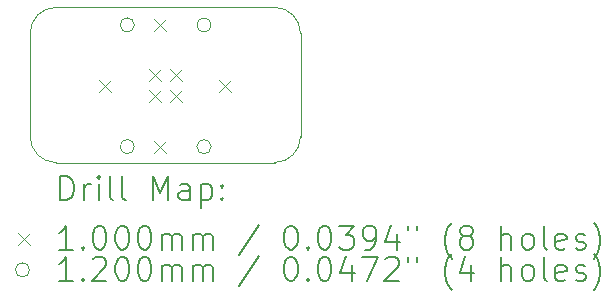
<source format=gbr>
%TF.GenerationSoftware,KiCad,Pcbnew,7.0.9*%
%TF.CreationDate,2024-05-03T00:29:54-04:00*%
%TF.ProjectId,Nav Switch Mount,4e617620-5377-4697-9463-68204d6f756e,rev?*%
%TF.SameCoordinates,Original*%
%TF.FileFunction,Drillmap*%
%TF.FilePolarity,Positive*%
%FSLAX45Y45*%
G04 Gerber Fmt 4.5, Leading zero omitted, Abs format (unit mm)*
G04 Created by KiCad (PCBNEW 7.0.9) date 2024-05-03 00:29:54*
%MOMM*%
%LPD*%
G01*
G04 APERTURE LIST*
%ADD10C,0.100000*%
%ADD11C,0.200000*%
%ADD12C,0.120000*%
G04 APERTURE END LIST*
D10*
X14980563Y-4535564D02*
X16830000Y-4535564D01*
X17050000Y-4755564D02*
X17050000Y-5630000D01*
X16830000Y-5850000D02*
G75*
G03*
X17050000Y-5630000I0J220000D01*
G01*
X14760560Y-5630000D02*
G75*
G03*
X14980563Y-5850000I220000J0D01*
G01*
X14760563Y-5630000D02*
X14760563Y-4755564D01*
X17049997Y-4755564D02*
G75*
G03*
X16830000Y-4535564I-219997J4D01*
G01*
X16830000Y-5850000D02*
X14980563Y-5850000D01*
X14980563Y-4535564D02*
G75*
G03*
X14760563Y-4755564I-4J-219997D01*
G01*
D11*
D10*
X15347000Y-5150000D02*
X15447000Y-5250000D01*
X15447000Y-5150000D02*
X15347000Y-5250000D01*
X15765000Y-5060000D02*
X15865000Y-5160000D01*
X15865000Y-5060000D02*
X15765000Y-5160000D01*
X15765000Y-5240000D02*
X15865000Y-5340000D01*
X15865000Y-5240000D02*
X15765000Y-5340000D01*
X15812500Y-4635000D02*
X15912500Y-4735000D01*
X15912500Y-4635000D02*
X15812500Y-4735000D01*
X15812500Y-5665000D02*
X15912500Y-5765000D01*
X15912500Y-5665000D02*
X15812500Y-5765000D01*
X15945000Y-5060000D02*
X16045000Y-5160000D01*
X16045000Y-5060000D02*
X15945000Y-5160000D01*
X15945000Y-5240000D02*
X16045000Y-5340000D01*
X16045000Y-5240000D02*
X15945000Y-5340000D01*
X16363000Y-5150000D02*
X16463000Y-5250000D01*
X16463000Y-5150000D02*
X16363000Y-5250000D01*
D12*
X15642500Y-4685000D02*
G75*
G03*
X15642500Y-4685000I-60000J0D01*
G01*
X15642500Y-5715000D02*
G75*
G03*
X15642500Y-5715000I-60000J0D01*
G01*
X16292500Y-4685000D02*
G75*
G03*
X16292500Y-4685000I-60000J0D01*
G01*
X16292500Y-5715000D02*
G75*
G03*
X16292500Y-5715000I-60000J0D01*
G01*
D11*
X15016340Y-6166484D02*
X15016340Y-5966484D01*
X15016340Y-5966484D02*
X15063959Y-5966484D01*
X15063959Y-5966484D02*
X15092531Y-5976008D01*
X15092531Y-5976008D02*
X15111578Y-5995055D01*
X15111578Y-5995055D02*
X15121102Y-6014103D01*
X15121102Y-6014103D02*
X15130626Y-6052198D01*
X15130626Y-6052198D02*
X15130626Y-6080769D01*
X15130626Y-6080769D02*
X15121102Y-6118865D01*
X15121102Y-6118865D02*
X15111578Y-6137912D01*
X15111578Y-6137912D02*
X15092531Y-6156960D01*
X15092531Y-6156960D02*
X15063959Y-6166484D01*
X15063959Y-6166484D02*
X15016340Y-6166484D01*
X15216340Y-6166484D02*
X15216340Y-6033150D01*
X15216340Y-6071246D02*
X15225864Y-6052198D01*
X15225864Y-6052198D02*
X15235388Y-6042674D01*
X15235388Y-6042674D02*
X15254435Y-6033150D01*
X15254435Y-6033150D02*
X15273483Y-6033150D01*
X15340150Y-6166484D02*
X15340150Y-6033150D01*
X15340150Y-5966484D02*
X15330626Y-5976008D01*
X15330626Y-5976008D02*
X15340150Y-5985531D01*
X15340150Y-5985531D02*
X15349674Y-5976008D01*
X15349674Y-5976008D02*
X15340150Y-5966484D01*
X15340150Y-5966484D02*
X15340150Y-5985531D01*
X15463959Y-6166484D02*
X15444912Y-6156960D01*
X15444912Y-6156960D02*
X15435388Y-6137912D01*
X15435388Y-6137912D02*
X15435388Y-5966484D01*
X15568721Y-6166484D02*
X15549674Y-6156960D01*
X15549674Y-6156960D02*
X15540150Y-6137912D01*
X15540150Y-6137912D02*
X15540150Y-5966484D01*
X15797293Y-6166484D02*
X15797293Y-5966484D01*
X15797293Y-5966484D02*
X15863959Y-6109341D01*
X15863959Y-6109341D02*
X15930626Y-5966484D01*
X15930626Y-5966484D02*
X15930626Y-6166484D01*
X16111578Y-6166484D02*
X16111578Y-6061722D01*
X16111578Y-6061722D02*
X16102055Y-6042674D01*
X16102055Y-6042674D02*
X16083007Y-6033150D01*
X16083007Y-6033150D02*
X16044912Y-6033150D01*
X16044912Y-6033150D02*
X16025864Y-6042674D01*
X16111578Y-6156960D02*
X16092531Y-6166484D01*
X16092531Y-6166484D02*
X16044912Y-6166484D01*
X16044912Y-6166484D02*
X16025864Y-6156960D01*
X16025864Y-6156960D02*
X16016340Y-6137912D01*
X16016340Y-6137912D02*
X16016340Y-6118865D01*
X16016340Y-6118865D02*
X16025864Y-6099817D01*
X16025864Y-6099817D02*
X16044912Y-6090293D01*
X16044912Y-6090293D02*
X16092531Y-6090293D01*
X16092531Y-6090293D02*
X16111578Y-6080769D01*
X16206816Y-6033150D02*
X16206816Y-6233150D01*
X16206816Y-6042674D02*
X16225864Y-6033150D01*
X16225864Y-6033150D02*
X16263959Y-6033150D01*
X16263959Y-6033150D02*
X16283007Y-6042674D01*
X16283007Y-6042674D02*
X16292531Y-6052198D01*
X16292531Y-6052198D02*
X16302055Y-6071246D01*
X16302055Y-6071246D02*
X16302055Y-6128388D01*
X16302055Y-6128388D02*
X16292531Y-6147436D01*
X16292531Y-6147436D02*
X16283007Y-6156960D01*
X16283007Y-6156960D02*
X16263959Y-6166484D01*
X16263959Y-6166484D02*
X16225864Y-6166484D01*
X16225864Y-6166484D02*
X16206816Y-6156960D01*
X16387769Y-6147436D02*
X16397293Y-6156960D01*
X16397293Y-6156960D02*
X16387769Y-6166484D01*
X16387769Y-6166484D02*
X16378245Y-6156960D01*
X16378245Y-6156960D02*
X16387769Y-6147436D01*
X16387769Y-6147436D02*
X16387769Y-6166484D01*
X16387769Y-6042674D02*
X16397293Y-6052198D01*
X16397293Y-6052198D02*
X16387769Y-6061722D01*
X16387769Y-6061722D02*
X16378245Y-6052198D01*
X16378245Y-6052198D02*
X16387769Y-6042674D01*
X16387769Y-6042674D02*
X16387769Y-6061722D01*
D10*
X14655563Y-6445000D02*
X14755563Y-6545000D01*
X14755563Y-6445000D02*
X14655563Y-6545000D01*
D11*
X15121102Y-6586484D02*
X15006816Y-6586484D01*
X15063959Y-6586484D02*
X15063959Y-6386484D01*
X15063959Y-6386484D02*
X15044912Y-6415055D01*
X15044912Y-6415055D02*
X15025864Y-6434103D01*
X15025864Y-6434103D02*
X15006816Y-6443627D01*
X15206816Y-6567436D02*
X15216340Y-6576960D01*
X15216340Y-6576960D02*
X15206816Y-6586484D01*
X15206816Y-6586484D02*
X15197293Y-6576960D01*
X15197293Y-6576960D02*
X15206816Y-6567436D01*
X15206816Y-6567436D02*
X15206816Y-6586484D01*
X15340150Y-6386484D02*
X15359197Y-6386484D01*
X15359197Y-6386484D02*
X15378245Y-6396008D01*
X15378245Y-6396008D02*
X15387769Y-6405531D01*
X15387769Y-6405531D02*
X15397293Y-6424579D01*
X15397293Y-6424579D02*
X15406816Y-6462674D01*
X15406816Y-6462674D02*
X15406816Y-6510293D01*
X15406816Y-6510293D02*
X15397293Y-6548388D01*
X15397293Y-6548388D02*
X15387769Y-6567436D01*
X15387769Y-6567436D02*
X15378245Y-6576960D01*
X15378245Y-6576960D02*
X15359197Y-6586484D01*
X15359197Y-6586484D02*
X15340150Y-6586484D01*
X15340150Y-6586484D02*
X15321102Y-6576960D01*
X15321102Y-6576960D02*
X15311578Y-6567436D01*
X15311578Y-6567436D02*
X15302055Y-6548388D01*
X15302055Y-6548388D02*
X15292531Y-6510293D01*
X15292531Y-6510293D02*
X15292531Y-6462674D01*
X15292531Y-6462674D02*
X15302055Y-6424579D01*
X15302055Y-6424579D02*
X15311578Y-6405531D01*
X15311578Y-6405531D02*
X15321102Y-6396008D01*
X15321102Y-6396008D02*
X15340150Y-6386484D01*
X15530626Y-6386484D02*
X15549674Y-6386484D01*
X15549674Y-6386484D02*
X15568721Y-6396008D01*
X15568721Y-6396008D02*
X15578245Y-6405531D01*
X15578245Y-6405531D02*
X15587769Y-6424579D01*
X15587769Y-6424579D02*
X15597293Y-6462674D01*
X15597293Y-6462674D02*
X15597293Y-6510293D01*
X15597293Y-6510293D02*
X15587769Y-6548388D01*
X15587769Y-6548388D02*
X15578245Y-6567436D01*
X15578245Y-6567436D02*
X15568721Y-6576960D01*
X15568721Y-6576960D02*
X15549674Y-6586484D01*
X15549674Y-6586484D02*
X15530626Y-6586484D01*
X15530626Y-6586484D02*
X15511578Y-6576960D01*
X15511578Y-6576960D02*
X15502055Y-6567436D01*
X15502055Y-6567436D02*
X15492531Y-6548388D01*
X15492531Y-6548388D02*
X15483007Y-6510293D01*
X15483007Y-6510293D02*
X15483007Y-6462674D01*
X15483007Y-6462674D02*
X15492531Y-6424579D01*
X15492531Y-6424579D02*
X15502055Y-6405531D01*
X15502055Y-6405531D02*
X15511578Y-6396008D01*
X15511578Y-6396008D02*
X15530626Y-6386484D01*
X15721102Y-6386484D02*
X15740150Y-6386484D01*
X15740150Y-6386484D02*
X15759197Y-6396008D01*
X15759197Y-6396008D02*
X15768721Y-6405531D01*
X15768721Y-6405531D02*
X15778245Y-6424579D01*
X15778245Y-6424579D02*
X15787769Y-6462674D01*
X15787769Y-6462674D02*
X15787769Y-6510293D01*
X15787769Y-6510293D02*
X15778245Y-6548388D01*
X15778245Y-6548388D02*
X15768721Y-6567436D01*
X15768721Y-6567436D02*
X15759197Y-6576960D01*
X15759197Y-6576960D02*
X15740150Y-6586484D01*
X15740150Y-6586484D02*
X15721102Y-6586484D01*
X15721102Y-6586484D02*
X15702055Y-6576960D01*
X15702055Y-6576960D02*
X15692531Y-6567436D01*
X15692531Y-6567436D02*
X15683007Y-6548388D01*
X15683007Y-6548388D02*
X15673483Y-6510293D01*
X15673483Y-6510293D02*
X15673483Y-6462674D01*
X15673483Y-6462674D02*
X15683007Y-6424579D01*
X15683007Y-6424579D02*
X15692531Y-6405531D01*
X15692531Y-6405531D02*
X15702055Y-6396008D01*
X15702055Y-6396008D02*
X15721102Y-6386484D01*
X15873483Y-6586484D02*
X15873483Y-6453150D01*
X15873483Y-6472198D02*
X15883007Y-6462674D01*
X15883007Y-6462674D02*
X15902055Y-6453150D01*
X15902055Y-6453150D02*
X15930626Y-6453150D01*
X15930626Y-6453150D02*
X15949674Y-6462674D01*
X15949674Y-6462674D02*
X15959197Y-6481722D01*
X15959197Y-6481722D02*
X15959197Y-6586484D01*
X15959197Y-6481722D02*
X15968721Y-6462674D01*
X15968721Y-6462674D02*
X15987769Y-6453150D01*
X15987769Y-6453150D02*
X16016340Y-6453150D01*
X16016340Y-6453150D02*
X16035388Y-6462674D01*
X16035388Y-6462674D02*
X16044912Y-6481722D01*
X16044912Y-6481722D02*
X16044912Y-6586484D01*
X16140150Y-6586484D02*
X16140150Y-6453150D01*
X16140150Y-6472198D02*
X16149674Y-6462674D01*
X16149674Y-6462674D02*
X16168721Y-6453150D01*
X16168721Y-6453150D02*
X16197293Y-6453150D01*
X16197293Y-6453150D02*
X16216340Y-6462674D01*
X16216340Y-6462674D02*
X16225864Y-6481722D01*
X16225864Y-6481722D02*
X16225864Y-6586484D01*
X16225864Y-6481722D02*
X16235388Y-6462674D01*
X16235388Y-6462674D02*
X16254436Y-6453150D01*
X16254436Y-6453150D02*
X16283007Y-6453150D01*
X16283007Y-6453150D02*
X16302055Y-6462674D01*
X16302055Y-6462674D02*
X16311578Y-6481722D01*
X16311578Y-6481722D02*
X16311578Y-6586484D01*
X16702055Y-6376960D02*
X16530626Y-6634103D01*
X16959198Y-6386484D02*
X16978245Y-6386484D01*
X16978245Y-6386484D02*
X16997293Y-6396008D01*
X16997293Y-6396008D02*
X17006817Y-6405531D01*
X17006817Y-6405531D02*
X17016341Y-6424579D01*
X17016341Y-6424579D02*
X17025864Y-6462674D01*
X17025864Y-6462674D02*
X17025864Y-6510293D01*
X17025864Y-6510293D02*
X17016341Y-6548388D01*
X17016341Y-6548388D02*
X17006817Y-6567436D01*
X17006817Y-6567436D02*
X16997293Y-6576960D01*
X16997293Y-6576960D02*
X16978245Y-6586484D01*
X16978245Y-6586484D02*
X16959198Y-6586484D01*
X16959198Y-6586484D02*
X16940150Y-6576960D01*
X16940150Y-6576960D02*
X16930626Y-6567436D01*
X16930626Y-6567436D02*
X16921102Y-6548388D01*
X16921102Y-6548388D02*
X16911579Y-6510293D01*
X16911579Y-6510293D02*
X16911579Y-6462674D01*
X16911579Y-6462674D02*
X16921102Y-6424579D01*
X16921102Y-6424579D02*
X16930626Y-6405531D01*
X16930626Y-6405531D02*
X16940150Y-6396008D01*
X16940150Y-6396008D02*
X16959198Y-6386484D01*
X17111579Y-6567436D02*
X17121102Y-6576960D01*
X17121102Y-6576960D02*
X17111579Y-6586484D01*
X17111579Y-6586484D02*
X17102055Y-6576960D01*
X17102055Y-6576960D02*
X17111579Y-6567436D01*
X17111579Y-6567436D02*
X17111579Y-6586484D01*
X17244912Y-6386484D02*
X17263960Y-6386484D01*
X17263960Y-6386484D02*
X17283007Y-6396008D01*
X17283007Y-6396008D02*
X17292531Y-6405531D01*
X17292531Y-6405531D02*
X17302055Y-6424579D01*
X17302055Y-6424579D02*
X17311579Y-6462674D01*
X17311579Y-6462674D02*
X17311579Y-6510293D01*
X17311579Y-6510293D02*
X17302055Y-6548388D01*
X17302055Y-6548388D02*
X17292531Y-6567436D01*
X17292531Y-6567436D02*
X17283007Y-6576960D01*
X17283007Y-6576960D02*
X17263960Y-6586484D01*
X17263960Y-6586484D02*
X17244912Y-6586484D01*
X17244912Y-6586484D02*
X17225864Y-6576960D01*
X17225864Y-6576960D02*
X17216341Y-6567436D01*
X17216341Y-6567436D02*
X17206817Y-6548388D01*
X17206817Y-6548388D02*
X17197293Y-6510293D01*
X17197293Y-6510293D02*
X17197293Y-6462674D01*
X17197293Y-6462674D02*
X17206817Y-6424579D01*
X17206817Y-6424579D02*
X17216341Y-6405531D01*
X17216341Y-6405531D02*
X17225864Y-6396008D01*
X17225864Y-6396008D02*
X17244912Y-6386484D01*
X17378245Y-6386484D02*
X17502055Y-6386484D01*
X17502055Y-6386484D02*
X17435388Y-6462674D01*
X17435388Y-6462674D02*
X17463960Y-6462674D01*
X17463960Y-6462674D02*
X17483007Y-6472198D01*
X17483007Y-6472198D02*
X17492531Y-6481722D01*
X17492531Y-6481722D02*
X17502055Y-6500769D01*
X17502055Y-6500769D02*
X17502055Y-6548388D01*
X17502055Y-6548388D02*
X17492531Y-6567436D01*
X17492531Y-6567436D02*
X17483007Y-6576960D01*
X17483007Y-6576960D02*
X17463960Y-6586484D01*
X17463960Y-6586484D02*
X17406817Y-6586484D01*
X17406817Y-6586484D02*
X17387769Y-6576960D01*
X17387769Y-6576960D02*
X17378245Y-6567436D01*
X17597293Y-6586484D02*
X17635388Y-6586484D01*
X17635388Y-6586484D02*
X17654436Y-6576960D01*
X17654436Y-6576960D02*
X17663960Y-6567436D01*
X17663960Y-6567436D02*
X17683007Y-6538865D01*
X17683007Y-6538865D02*
X17692531Y-6500769D01*
X17692531Y-6500769D02*
X17692531Y-6424579D01*
X17692531Y-6424579D02*
X17683007Y-6405531D01*
X17683007Y-6405531D02*
X17673483Y-6396008D01*
X17673483Y-6396008D02*
X17654436Y-6386484D01*
X17654436Y-6386484D02*
X17616341Y-6386484D01*
X17616341Y-6386484D02*
X17597293Y-6396008D01*
X17597293Y-6396008D02*
X17587769Y-6405531D01*
X17587769Y-6405531D02*
X17578245Y-6424579D01*
X17578245Y-6424579D02*
X17578245Y-6472198D01*
X17578245Y-6472198D02*
X17587769Y-6491246D01*
X17587769Y-6491246D02*
X17597293Y-6500769D01*
X17597293Y-6500769D02*
X17616341Y-6510293D01*
X17616341Y-6510293D02*
X17654436Y-6510293D01*
X17654436Y-6510293D02*
X17673483Y-6500769D01*
X17673483Y-6500769D02*
X17683007Y-6491246D01*
X17683007Y-6491246D02*
X17692531Y-6472198D01*
X17863960Y-6453150D02*
X17863960Y-6586484D01*
X17816341Y-6376960D02*
X17768722Y-6519817D01*
X17768722Y-6519817D02*
X17892531Y-6519817D01*
X17959198Y-6386484D02*
X17959198Y-6424579D01*
X18035388Y-6386484D02*
X18035388Y-6424579D01*
X18330626Y-6662674D02*
X18321103Y-6653150D01*
X18321103Y-6653150D02*
X18302055Y-6624579D01*
X18302055Y-6624579D02*
X18292531Y-6605531D01*
X18292531Y-6605531D02*
X18283007Y-6576960D01*
X18283007Y-6576960D02*
X18273484Y-6529341D01*
X18273484Y-6529341D02*
X18273484Y-6491246D01*
X18273484Y-6491246D02*
X18283007Y-6443627D01*
X18283007Y-6443627D02*
X18292531Y-6415055D01*
X18292531Y-6415055D02*
X18302055Y-6396008D01*
X18302055Y-6396008D02*
X18321103Y-6367436D01*
X18321103Y-6367436D02*
X18330626Y-6357912D01*
X18435388Y-6472198D02*
X18416341Y-6462674D01*
X18416341Y-6462674D02*
X18406817Y-6453150D01*
X18406817Y-6453150D02*
X18397293Y-6434103D01*
X18397293Y-6434103D02*
X18397293Y-6424579D01*
X18397293Y-6424579D02*
X18406817Y-6405531D01*
X18406817Y-6405531D02*
X18416341Y-6396008D01*
X18416341Y-6396008D02*
X18435388Y-6386484D01*
X18435388Y-6386484D02*
X18473484Y-6386484D01*
X18473484Y-6386484D02*
X18492531Y-6396008D01*
X18492531Y-6396008D02*
X18502055Y-6405531D01*
X18502055Y-6405531D02*
X18511579Y-6424579D01*
X18511579Y-6424579D02*
X18511579Y-6434103D01*
X18511579Y-6434103D02*
X18502055Y-6453150D01*
X18502055Y-6453150D02*
X18492531Y-6462674D01*
X18492531Y-6462674D02*
X18473484Y-6472198D01*
X18473484Y-6472198D02*
X18435388Y-6472198D01*
X18435388Y-6472198D02*
X18416341Y-6481722D01*
X18416341Y-6481722D02*
X18406817Y-6491246D01*
X18406817Y-6491246D02*
X18397293Y-6510293D01*
X18397293Y-6510293D02*
X18397293Y-6548388D01*
X18397293Y-6548388D02*
X18406817Y-6567436D01*
X18406817Y-6567436D02*
X18416341Y-6576960D01*
X18416341Y-6576960D02*
X18435388Y-6586484D01*
X18435388Y-6586484D02*
X18473484Y-6586484D01*
X18473484Y-6586484D02*
X18492531Y-6576960D01*
X18492531Y-6576960D02*
X18502055Y-6567436D01*
X18502055Y-6567436D02*
X18511579Y-6548388D01*
X18511579Y-6548388D02*
X18511579Y-6510293D01*
X18511579Y-6510293D02*
X18502055Y-6491246D01*
X18502055Y-6491246D02*
X18492531Y-6481722D01*
X18492531Y-6481722D02*
X18473484Y-6472198D01*
X18749674Y-6586484D02*
X18749674Y-6386484D01*
X18835388Y-6586484D02*
X18835388Y-6481722D01*
X18835388Y-6481722D02*
X18825865Y-6462674D01*
X18825865Y-6462674D02*
X18806817Y-6453150D01*
X18806817Y-6453150D02*
X18778245Y-6453150D01*
X18778245Y-6453150D02*
X18759198Y-6462674D01*
X18759198Y-6462674D02*
X18749674Y-6472198D01*
X18959198Y-6586484D02*
X18940150Y-6576960D01*
X18940150Y-6576960D02*
X18930626Y-6567436D01*
X18930626Y-6567436D02*
X18921103Y-6548388D01*
X18921103Y-6548388D02*
X18921103Y-6491246D01*
X18921103Y-6491246D02*
X18930626Y-6472198D01*
X18930626Y-6472198D02*
X18940150Y-6462674D01*
X18940150Y-6462674D02*
X18959198Y-6453150D01*
X18959198Y-6453150D02*
X18987769Y-6453150D01*
X18987769Y-6453150D02*
X19006817Y-6462674D01*
X19006817Y-6462674D02*
X19016341Y-6472198D01*
X19016341Y-6472198D02*
X19025865Y-6491246D01*
X19025865Y-6491246D02*
X19025865Y-6548388D01*
X19025865Y-6548388D02*
X19016341Y-6567436D01*
X19016341Y-6567436D02*
X19006817Y-6576960D01*
X19006817Y-6576960D02*
X18987769Y-6586484D01*
X18987769Y-6586484D02*
X18959198Y-6586484D01*
X19140150Y-6586484D02*
X19121103Y-6576960D01*
X19121103Y-6576960D02*
X19111579Y-6557912D01*
X19111579Y-6557912D02*
X19111579Y-6386484D01*
X19292531Y-6576960D02*
X19273484Y-6586484D01*
X19273484Y-6586484D02*
X19235388Y-6586484D01*
X19235388Y-6586484D02*
X19216341Y-6576960D01*
X19216341Y-6576960D02*
X19206817Y-6557912D01*
X19206817Y-6557912D02*
X19206817Y-6481722D01*
X19206817Y-6481722D02*
X19216341Y-6462674D01*
X19216341Y-6462674D02*
X19235388Y-6453150D01*
X19235388Y-6453150D02*
X19273484Y-6453150D01*
X19273484Y-6453150D02*
X19292531Y-6462674D01*
X19292531Y-6462674D02*
X19302055Y-6481722D01*
X19302055Y-6481722D02*
X19302055Y-6500769D01*
X19302055Y-6500769D02*
X19206817Y-6519817D01*
X19378246Y-6576960D02*
X19397293Y-6586484D01*
X19397293Y-6586484D02*
X19435388Y-6586484D01*
X19435388Y-6586484D02*
X19454436Y-6576960D01*
X19454436Y-6576960D02*
X19463960Y-6557912D01*
X19463960Y-6557912D02*
X19463960Y-6548388D01*
X19463960Y-6548388D02*
X19454436Y-6529341D01*
X19454436Y-6529341D02*
X19435388Y-6519817D01*
X19435388Y-6519817D02*
X19406817Y-6519817D01*
X19406817Y-6519817D02*
X19387769Y-6510293D01*
X19387769Y-6510293D02*
X19378246Y-6491246D01*
X19378246Y-6491246D02*
X19378246Y-6481722D01*
X19378246Y-6481722D02*
X19387769Y-6462674D01*
X19387769Y-6462674D02*
X19406817Y-6453150D01*
X19406817Y-6453150D02*
X19435388Y-6453150D01*
X19435388Y-6453150D02*
X19454436Y-6462674D01*
X19530627Y-6662674D02*
X19540150Y-6653150D01*
X19540150Y-6653150D02*
X19559198Y-6624579D01*
X19559198Y-6624579D02*
X19568722Y-6605531D01*
X19568722Y-6605531D02*
X19578246Y-6576960D01*
X19578246Y-6576960D02*
X19587769Y-6529341D01*
X19587769Y-6529341D02*
X19587769Y-6491246D01*
X19587769Y-6491246D02*
X19578246Y-6443627D01*
X19578246Y-6443627D02*
X19568722Y-6415055D01*
X19568722Y-6415055D02*
X19559198Y-6396008D01*
X19559198Y-6396008D02*
X19540150Y-6367436D01*
X19540150Y-6367436D02*
X19530627Y-6357912D01*
D12*
X14755563Y-6759000D02*
G75*
G03*
X14755563Y-6759000I-60000J0D01*
G01*
D11*
X15121102Y-6850484D02*
X15006816Y-6850484D01*
X15063959Y-6850484D02*
X15063959Y-6650484D01*
X15063959Y-6650484D02*
X15044912Y-6679055D01*
X15044912Y-6679055D02*
X15025864Y-6698103D01*
X15025864Y-6698103D02*
X15006816Y-6707627D01*
X15206816Y-6831436D02*
X15216340Y-6840960D01*
X15216340Y-6840960D02*
X15206816Y-6850484D01*
X15206816Y-6850484D02*
X15197293Y-6840960D01*
X15197293Y-6840960D02*
X15206816Y-6831436D01*
X15206816Y-6831436D02*
X15206816Y-6850484D01*
X15292531Y-6669531D02*
X15302055Y-6660008D01*
X15302055Y-6660008D02*
X15321102Y-6650484D01*
X15321102Y-6650484D02*
X15368721Y-6650484D01*
X15368721Y-6650484D02*
X15387769Y-6660008D01*
X15387769Y-6660008D02*
X15397293Y-6669531D01*
X15397293Y-6669531D02*
X15406816Y-6688579D01*
X15406816Y-6688579D02*
X15406816Y-6707627D01*
X15406816Y-6707627D02*
X15397293Y-6736198D01*
X15397293Y-6736198D02*
X15283007Y-6850484D01*
X15283007Y-6850484D02*
X15406816Y-6850484D01*
X15530626Y-6650484D02*
X15549674Y-6650484D01*
X15549674Y-6650484D02*
X15568721Y-6660008D01*
X15568721Y-6660008D02*
X15578245Y-6669531D01*
X15578245Y-6669531D02*
X15587769Y-6688579D01*
X15587769Y-6688579D02*
X15597293Y-6726674D01*
X15597293Y-6726674D02*
X15597293Y-6774293D01*
X15597293Y-6774293D02*
X15587769Y-6812388D01*
X15587769Y-6812388D02*
X15578245Y-6831436D01*
X15578245Y-6831436D02*
X15568721Y-6840960D01*
X15568721Y-6840960D02*
X15549674Y-6850484D01*
X15549674Y-6850484D02*
X15530626Y-6850484D01*
X15530626Y-6850484D02*
X15511578Y-6840960D01*
X15511578Y-6840960D02*
X15502055Y-6831436D01*
X15502055Y-6831436D02*
X15492531Y-6812388D01*
X15492531Y-6812388D02*
X15483007Y-6774293D01*
X15483007Y-6774293D02*
X15483007Y-6726674D01*
X15483007Y-6726674D02*
X15492531Y-6688579D01*
X15492531Y-6688579D02*
X15502055Y-6669531D01*
X15502055Y-6669531D02*
X15511578Y-6660008D01*
X15511578Y-6660008D02*
X15530626Y-6650484D01*
X15721102Y-6650484D02*
X15740150Y-6650484D01*
X15740150Y-6650484D02*
X15759197Y-6660008D01*
X15759197Y-6660008D02*
X15768721Y-6669531D01*
X15768721Y-6669531D02*
X15778245Y-6688579D01*
X15778245Y-6688579D02*
X15787769Y-6726674D01*
X15787769Y-6726674D02*
X15787769Y-6774293D01*
X15787769Y-6774293D02*
X15778245Y-6812388D01*
X15778245Y-6812388D02*
X15768721Y-6831436D01*
X15768721Y-6831436D02*
X15759197Y-6840960D01*
X15759197Y-6840960D02*
X15740150Y-6850484D01*
X15740150Y-6850484D02*
X15721102Y-6850484D01*
X15721102Y-6850484D02*
X15702055Y-6840960D01*
X15702055Y-6840960D02*
X15692531Y-6831436D01*
X15692531Y-6831436D02*
X15683007Y-6812388D01*
X15683007Y-6812388D02*
X15673483Y-6774293D01*
X15673483Y-6774293D02*
X15673483Y-6726674D01*
X15673483Y-6726674D02*
X15683007Y-6688579D01*
X15683007Y-6688579D02*
X15692531Y-6669531D01*
X15692531Y-6669531D02*
X15702055Y-6660008D01*
X15702055Y-6660008D02*
X15721102Y-6650484D01*
X15873483Y-6850484D02*
X15873483Y-6717150D01*
X15873483Y-6736198D02*
X15883007Y-6726674D01*
X15883007Y-6726674D02*
X15902055Y-6717150D01*
X15902055Y-6717150D02*
X15930626Y-6717150D01*
X15930626Y-6717150D02*
X15949674Y-6726674D01*
X15949674Y-6726674D02*
X15959197Y-6745722D01*
X15959197Y-6745722D02*
X15959197Y-6850484D01*
X15959197Y-6745722D02*
X15968721Y-6726674D01*
X15968721Y-6726674D02*
X15987769Y-6717150D01*
X15987769Y-6717150D02*
X16016340Y-6717150D01*
X16016340Y-6717150D02*
X16035388Y-6726674D01*
X16035388Y-6726674D02*
X16044912Y-6745722D01*
X16044912Y-6745722D02*
X16044912Y-6850484D01*
X16140150Y-6850484D02*
X16140150Y-6717150D01*
X16140150Y-6736198D02*
X16149674Y-6726674D01*
X16149674Y-6726674D02*
X16168721Y-6717150D01*
X16168721Y-6717150D02*
X16197293Y-6717150D01*
X16197293Y-6717150D02*
X16216340Y-6726674D01*
X16216340Y-6726674D02*
X16225864Y-6745722D01*
X16225864Y-6745722D02*
X16225864Y-6850484D01*
X16225864Y-6745722D02*
X16235388Y-6726674D01*
X16235388Y-6726674D02*
X16254436Y-6717150D01*
X16254436Y-6717150D02*
X16283007Y-6717150D01*
X16283007Y-6717150D02*
X16302055Y-6726674D01*
X16302055Y-6726674D02*
X16311578Y-6745722D01*
X16311578Y-6745722D02*
X16311578Y-6850484D01*
X16702055Y-6640960D02*
X16530626Y-6898103D01*
X16959198Y-6650484D02*
X16978245Y-6650484D01*
X16978245Y-6650484D02*
X16997293Y-6660008D01*
X16997293Y-6660008D02*
X17006817Y-6669531D01*
X17006817Y-6669531D02*
X17016341Y-6688579D01*
X17016341Y-6688579D02*
X17025864Y-6726674D01*
X17025864Y-6726674D02*
X17025864Y-6774293D01*
X17025864Y-6774293D02*
X17016341Y-6812388D01*
X17016341Y-6812388D02*
X17006817Y-6831436D01*
X17006817Y-6831436D02*
X16997293Y-6840960D01*
X16997293Y-6840960D02*
X16978245Y-6850484D01*
X16978245Y-6850484D02*
X16959198Y-6850484D01*
X16959198Y-6850484D02*
X16940150Y-6840960D01*
X16940150Y-6840960D02*
X16930626Y-6831436D01*
X16930626Y-6831436D02*
X16921102Y-6812388D01*
X16921102Y-6812388D02*
X16911579Y-6774293D01*
X16911579Y-6774293D02*
X16911579Y-6726674D01*
X16911579Y-6726674D02*
X16921102Y-6688579D01*
X16921102Y-6688579D02*
X16930626Y-6669531D01*
X16930626Y-6669531D02*
X16940150Y-6660008D01*
X16940150Y-6660008D02*
X16959198Y-6650484D01*
X17111579Y-6831436D02*
X17121102Y-6840960D01*
X17121102Y-6840960D02*
X17111579Y-6850484D01*
X17111579Y-6850484D02*
X17102055Y-6840960D01*
X17102055Y-6840960D02*
X17111579Y-6831436D01*
X17111579Y-6831436D02*
X17111579Y-6850484D01*
X17244912Y-6650484D02*
X17263960Y-6650484D01*
X17263960Y-6650484D02*
X17283007Y-6660008D01*
X17283007Y-6660008D02*
X17292531Y-6669531D01*
X17292531Y-6669531D02*
X17302055Y-6688579D01*
X17302055Y-6688579D02*
X17311579Y-6726674D01*
X17311579Y-6726674D02*
X17311579Y-6774293D01*
X17311579Y-6774293D02*
X17302055Y-6812388D01*
X17302055Y-6812388D02*
X17292531Y-6831436D01*
X17292531Y-6831436D02*
X17283007Y-6840960D01*
X17283007Y-6840960D02*
X17263960Y-6850484D01*
X17263960Y-6850484D02*
X17244912Y-6850484D01*
X17244912Y-6850484D02*
X17225864Y-6840960D01*
X17225864Y-6840960D02*
X17216341Y-6831436D01*
X17216341Y-6831436D02*
X17206817Y-6812388D01*
X17206817Y-6812388D02*
X17197293Y-6774293D01*
X17197293Y-6774293D02*
X17197293Y-6726674D01*
X17197293Y-6726674D02*
X17206817Y-6688579D01*
X17206817Y-6688579D02*
X17216341Y-6669531D01*
X17216341Y-6669531D02*
X17225864Y-6660008D01*
X17225864Y-6660008D02*
X17244912Y-6650484D01*
X17483007Y-6717150D02*
X17483007Y-6850484D01*
X17435388Y-6640960D02*
X17387769Y-6783817D01*
X17387769Y-6783817D02*
X17511579Y-6783817D01*
X17568722Y-6650484D02*
X17702055Y-6650484D01*
X17702055Y-6650484D02*
X17616341Y-6850484D01*
X17768722Y-6669531D02*
X17778245Y-6660008D01*
X17778245Y-6660008D02*
X17797293Y-6650484D01*
X17797293Y-6650484D02*
X17844912Y-6650484D01*
X17844912Y-6650484D02*
X17863960Y-6660008D01*
X17863960Y-6660008D02*
X17873483Y-6669531D01*
X17873483Y-6669531D02*
X17883007Y-6688579D01*
X17883007Y-6688579D02*
X17883007Y-6707627D01*
X17883007Y-6707627D02*
X17873483Y-6736198D01*
X17873483Y-6736198D02*
X17759198Y-6850484D01*
X17759198Y-6850484D02*
X17883007Y-6850484D01*
X17959198Y-6650484D02*
X17959198Y-6688579D01*
X18035388Y-6650484D02*
X18035388Y-6688579D01*
X18330626Y-6926674D02*
X18321103Y-6917150D01*
X18321103Y-6917150D02*
X18302055Y-6888579D01*
X18302055Y-6888579D02*
X18292531Y-6869531D01*
X18292531Y-6869531D02*
X18283007Y-6840960D01*
X18283007Y-6840960D02*
X18273484Y-6793341D01*
X18273484Y-6793341D02*
X18273484Y-6755246D01*
X18273484Y-6755246D02*
X18283007Y-6707627D01*
X18283007Y-6707627D02*
X18292531Y-6679055D01*
X18292531Y-6679055D02*
X18302055Y-6660008D01*
X18302055Y-6660008D02*
X18321103Y-6631436D01*
X18321103Y-6631436D02*
X18330626Y-6621912D01*
X18492531Y-6717150D02*
X18492531Y-6850484D01*
X18444912Y-6640960D02*
X18397293Y-6783817D01*
X18397293Y-6783817D02*
X18521103Y-6783817D01*
X18749674Y-6850484D02*
X18749674Y-6650484D01*
X18835388Y-6850484D02*
X18835388Y-6745722D01*
X18835388Y-6745722D02*
X18825865Y-6726674D01*
X18825865Y-6726674D02*
X18806817Y-6717150D01*
X18806817Y-6717150D02*
X18778245Y-6717150D01*
X18778245Y-6717150D02*
X18759198Y-6726674D01*
X18759198Y-6726674D02*
X18749674Y-6736198D01*
X18959198Y-6850484D02*
X18940150Y-6840960D01*
X18940150Y-6840960D02*
X18930626Y-6831436D01*
X18930626Y-6831436D02*
X18921103Y-6812388D01*
X18921103Y-6812388D02*
X18921103Y-6755246D01*
X18921103Y-6755246D02*
X18930626Y-6736198D01*
X18930626Y-6736198D02*
X18940150Y-6726674D01*
X18940150Y-6726674D02*
X18959198Y-6717150D01*
X18959198Y-6717150D02*
X18987769Y-6717150D01*
X18987769Y-6717150D02*
X19006817Y-6726674D01*
X19006817Y-6726674D02*
X19016341Y-6736198D01*
X19016341Y-6736198D02*
X19025865Y-6755246D01*
X19025865Y-6755246D02*
X19025865Y-6812388D01*
X19025865Y-6812388D02*
X19016341Y-6831436D01*
X19016341Y-6831436D02*
X19006817Y-6840960D01*
X19006817Y-6840960D02*
X18987769Y-6850484D01*
X18987769Y-6850484D02*
X18959198Y-6850484D01*
X19140150Y-6850484D02*
X19121103Y-6840960D01*
X19121103Y-6840960D02*
X19111579Y-6821912D01*
X19111579Y-6821912D02*
X19111579Y-6650484D01*
X19292531Y-6840960D02*
X19273484Y-6850484D01*
X19273484Y-6850484D02*
X19235388Y-6850484D01*
X19235388Y-6850484D02*
X19216341Y-6840960D01*
X19216341Y-6840960D02*
X19206817Y-6821912D01*
X19206817Y-6821912D02*
X19206817Y-6745722D01*
X19206817Y-6745722D02*
X19216341Y-6726674D01*
X19216341Y-6726674D02*
X19235388Y-6717150D01*
X19235388Y-6717150D02*
X19273484Y-6717150D01*
X19273484Y-6717150D02*
X19292531Y-6726674D01*
X19292531Y-6726674D02*
X19302055Y-6745722D01*
X19302055Y-6745722D02*
X19302055Y-6764769D01*
X19302055Y-6764769D02*
X19206817Y-6783817D01*
X19378246Y-6840960D02*
X19397293Y-6850484D01*
X19397293Y-6850484D02*
X19435388Y-6850484D01*
X19435388Y-6850484D02*
X19454436Y-6840960D01*
X19454436Y-6840960D02*
X19463960Y-6821912D01*
X19463960Y-6821912D02*
X19463960Y-6812388D01*
X19463960Y-6812388D02*
X19454436Y-6793341D01*
X19454436Y-6793341D02*
X19435388Y-6783817D01*
X19435388Y-6783817D02*
X19406817Y-6783817D01*
X19406817Y-6783817D02*
X19387769Y-6774293D01*
X19387769Y-6774293D02*
X19378246Y-6755246D01*
X19378246Y-6755246D02*
X19378246Y-6745722D01*
X19378246Y-6745722D02*
X19387769Y-6726674D01*
X19387769Y-6726674D02*
X19406817Y-6717150D01*
X19406817Y-6717150D02*
X19435388Y-6717150D01*
X19435388Y-6717150D02*
X19454436Y-6726674D01*
X19530627Y-6926674D02*
X19540150Y-6917150D01*
X19540150Y-6917150D02*
X19559198Y-6888579D01*
X19559198Y-6888579D02*
X19568722Y-6869531D01*
X19568722Y-6869531D02*
X19578246Y-6840960D01*
X19578246Y-6840960D02*
X19587769Y-6793341D01*
X19587769Y-6793341D02*
X19587769Y-6755246D01*
X19587769Y-6755246D02*
X19578246Y-6707627D01*
X19578246Y-6707627D02*
X19568722Y-6679055D01*
X19568722Y-6679055D02*
X19559198Y-6660008D01*
X19559198Y-6660008D02*
X19540150Y-6631436D01*
X19540150Y-6631436D02*
X19530627Y-6621912D01*
M02*

</source>
